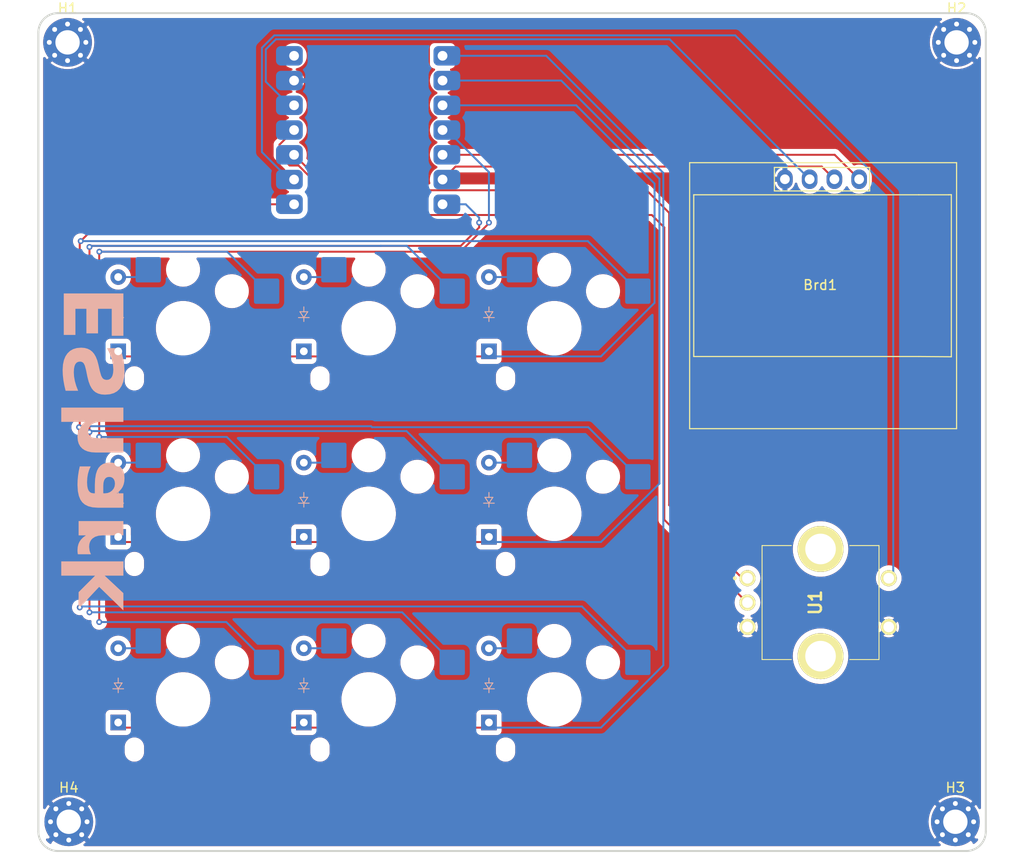
<source format=kicad_pcb>
(kicad_pcb (version 20240108) (generator "pcbnew") (generator_version "8.0")
  (layers (0 "F.Cu" signal) (31 "B.Cu" signal) (34 "B.Paste" user) (35 "F.Paste" user) (36 "B.SilkS" user "B.Silkscreen") (37 "F.SilkS" user "F.Silkscreen") (38 "B.Mask" user) (39 "F.Mask" user) (44 "Edge.Cuts" user))
  (net 0 "")
  (net 1 "Net-(D1-A)")
  (net 2 "Row 1")
  (net 3 "Net-(D2-A)")
  (net 4 "Net-(D3-A)")
  (net 5 "Net-(D4-A)")
  (net 6 "Row 2")
  (net 7 "Net-(D5-A)")
  (net 8 "Net-(D6-A)")
  (net 9 "Row 3")
  (net 10 "Net-(D7-A)")
  (net 11 "Net-(D8-A)")
  (net 12 "Net-(D9-A)")
  (net 13 "GND")
  (net 14 "Col 2")
  (net 15 "Col 3")
  (net 16 "Col 1")
  (net 19 "ENC_A")
  (net 20 "ENC_B")
  (net 21 "ENC_C")
  (net 22 "SDA")
  (net 23 "SCL")
  (net 24 "+3.3V")
  (footprint "MountingHole:MountingHole_2.5mm_Pad_Via" (layer "F.Cu") (at 106.75 41.5)
    (property "Reference" "H1" (at 0 -3.5 0) (layer "F.SilkS"))
    (property "Value" "MountingHole_Pad")
    (pad "1" thru_hole circle (at -1.875 0) (size 0.8 0.8) (drill 0.5) (layers "*.Cu" "*.Mask") (net 13 "GND"))
    (pad "1" thru_hole circle (at -1.325825 -1.325825) (size 0.8 0.8) (drill 0.5) (layers "*.Cu" "*.Mask") (net 13 "GND"))
    (pad "1" thru_hole circle (at -1.325825 1.325825) (size 0.8 0.8) (drill 0.5) (layers "*.Cu" "*.Mask") (net 13 "GND"))
    (pad "1" thru_hole circle (at 0 -1.875) (size 0.8 0.8) (drill 0.5) (layers "*.Cu" "*.Mask") (net 13 "GND"))
    (pad "1" thru_hole circle (at 0 0) (size 5 5) (drill 2.5) (layers "*.Cu" "*.Mask") (net 13 "GND"))
    (pad "1" thru_hole circle (at 0 1.875) (size 0.8 0.8) (drill 0.5) (layers "*.Cu" "*.Mask") (net 13 "GND"))
    (pad "1" thru_hole circle (at 1.325825 -1.325825) (size 0.8 0.8) (drill 0.5) (layers "*.Cu" "*.Mask") (net 13 "GND"))
    (pad "1" thru_hole circle (at 1.325825 1.325825) (size 0.8 0.8) (drill 0.5) (layers "*.Cu" "*.Mask") (net 13 "GND"))
    (pad "1" thru_hole circle (at 1.875 0) (size 0.8 0.8) (drill 0.5) (layers "*.Cu" "*.Mask") (net 13 "GND"))
  )
  (footprint "MountingHole:MountingHole_2.5mm_Pad_Via" (layer "F.Cu") (at 197.875 121.5)
    (property "Reference" "H3" (at 0 -3.5 0) (layer "F.SilkS"))
    (property "Value" "MountingHole_Pad")
    (pad "1" thru_hole circle (at -1.875 0) (size 0.8 0.8) (drill 0.5) (layers "*.Cu" "*.Mask") (net 13 "GND"))
    (pad "1" thru_hole circle (at -1.325825 -1.325825) (size 0.8 0.8) (drill 0.5) (layers "*.Cu" "*.Mask") (net 13 "GND"))
    (pad "1" thru_hole circle (at -1.325825 1.325825) (size 0.8 0.8) (drill 0.5) (layers "*.Cu" "*.Mask") (net 13 "GND"))
    (pad "1" thru_hole circle (at 0 -1.875) (size 0.8 0.8) (drill 0.5) (layers "*.Cu" "*.Mask") (net 13 "GND"))
    (pad "1" thru_hole circle (at 0 0) (size 5 5) (drill 2.5) (layers "*.Cu" "*.Mask") (net 13 "GND"))
    (pad "1" thru_hole circle (at 0 1.875) (size 0.8 0.8) (drill 0.5) (layers "*.Cu" "*.Mask") (net 13 "GND"))
    (pad "1" thru_hole circle (at 1.325825 -1.325825) (size 0.8 0.8) (drill 0.5) (layers "*.Cu" "*.Mask") (net 13 "GND"))
    (pad "1" thru_hole circle (at 1.325825 1.325825) (size 0.8 0.8) (drill 0.5) (layers "*.Cu" "*.Mask") (net 13 "GND"))
    (pad "1" thru_hole circle (at 1.875 0) (size 0.8 0.8) (drill 0.5) (layers "*.Cu" "*.Mask") (net 13 "GND"))
  )
  (footprint "MountingHole:MountingHole_2.5mm_Pad_Via" (layer "F.Cu") (at 198 41.5)
    (property "Reference" "H2" (at 0 -3.5 0) (layer "F.SilkS"))
    (property "Value" "MountingHole_Pad")
    (pad "1" thru_hole circle (at -1.875 0) (size 0.8 0.8) (drill 0.5) (layers "*.Cu" "*.Mask") (net 13 "GND"))
    (pad "1" thru_hole circle (at -1.325825 -1.325825) (size 0.8 0.8) (drill 0.5) (layers "*.Cu" "*.Mask") (net 13 "GND"))
    (pad "1" thru_hole circle (at -1.325825 1.325825) (size 0.8 0.8) (drill 0.5) (layers "*.Cu" "*.Mask") (net 13 "GND"))
    (pad "1" thru_hole circle (at 0 -1.875) (size 0.8 0.8) (drill 0.5) (layers "*.Cu" "*.Mask") (net 13 "GND"))
    (pad "1" thru_hole circle (at 0 0) (size 5 5) (drill 2.5) (layers "*.Cu" "*.Mask") (net 13 "GND"))
    (pad "1" thru_hole circle (at 0 1.875) (size 0.8 0.8) (drill 0.5) (layers "*.Cu" "*.Mask") (net 13 "GND"))
    (pad "1" thru_hole circle (at 1.325825 -1.325825) (size 0.8 0.8) (drill 0.5) (layers "*.Cu" "*.Mask") (net 13 "GND"))
    (pad "1" thru_hole circle (at 1.325825 1.325825) (size 0.8 0.8) (drill 0.5) (layers "*.Cu" "*.Mask") (net 13 "GND"))
    (pad "1" thru_hole circle (at 1.875 0) (size 0.8 0.8) (drill 0.5) (layers "*.Cu" "*.Mask") (net 13 "GND"))
  )
  (footprint "display:128x64OLED" (layer "F.Cu") (at 184 66.15)
    (property "Reference" "Brd1" (at 0 0.254 0) (layer "F.SilkS"))
    (property "Value" "SSD1306")
    (fp_line (start -13.4 -12.3) (end 14 -12.3) (stroke (width 0.12)) (layer "F.SilkS"))
    (fp_line (start -13.4 15) (end -13.4 -12.3) (stroke (width 0.12)) (layer "F.SilkS"))
    (fp_line (start -12.978 -9.005) (end 10.122 -9.005) (stroke (width 0.12)) (layer "F.SilkS"))
    (fp_line (start -12.978 7.595) (end -12.978 -9.005) (stroke (width 0.12)) (layer "F.SilkS"))
    (fp_line (start -4.699 -11.811) (end -4.699 -9.398) (stroke (width 0.12)) (layer "F.SilkS"))
    (fp_line (start -4.699 -11.811) (end 5.08 -11.811) (stroke (width 0.12)) (layer "F.SilkS"))
    (fp_line (start 5.08 -11.811) (end 5.08 -9.398) (stroke (width 0.12)) (layer "F.SilkS"))
    (fp_line (start 5.08 -9.398) (end -4.699 -9.398) (stroke (width 0.12)) (layer "F.SilkS"))
    (fp_line (start 10.122 -9.005) (end 13.208 -9.005) (stroke (width 0.12)) (layer "F.SilkS"))
    (fp_line (start 10.122 7.595) (end -12.978 7.595) (stroke (width 0.12)) (layer "F.SilkS"))
    (fp_line (start 10.122 7.595) (end 13.462 7.62) (stroke (width 0.12)) (layer "F.SilkS"))
    (fp_line (start 13.462 -9.017) (end 13.208 -9.005) (stroke (width 0.12)) (layer "F.SilkS"))
    (fp_line (start 13.462 7.62) (end 13.462 -9.017) (stroke (width 0.12)) (layer "F.SilkS"))
    (fp_line (start 14 -12.3) (end 14 15) (stroke (width 0.12)) (layer "F.SilkS"))
    (fp_line (start 14 15) (end -13.4 15) (stroke (width 0.12)) (layer "F.SilkS"))
    (pad "1" thru_hole oval (at -3.62 -10.6 90) (size 2 1.6) (drill 1) (layers "*.Cu" "*.Mask") (net 13 "GND"))
    (pad "2" thru_hole oval (at -1.08 -10.6 90) (size 2 1.6) (drill 1) (layers "*.Cu" "*.Mask") (net 24 "+3.3V"))
    (pad "3" thru_hole oval (at 1.46 -10.6 90) (size 2 1.6) (drill 1) (layers "*.Cu" "*.Mask") (net 23 "SCL"))
    (pad "4" thru_hole oval (at 4 -10.6 90) (size 2 1.6) (drill 1) (layers "*.Cu" "*.Mask") (net 22 "SDA"))
  )
  (footprint "MountingHole:MountingHole_2.5mm_Pad_Via" (layer "F.Cu") (at 106.875 121.5)
    (property "Reference" "H4" (at 0 -3.5 0) (layer "F.SilkS"))
    (property "Value" "MountingHole_Pad")
    (pad "1" thru_hole circle (at -1.875 0) (size 0.8 0.8) (drill 0.5) (layers "*.Cu" "*.Mask") (net 13 "GND"))
    (pad "1" thru_hole circle (at -1.325825 -1.325825) (size 0.8 0.8) (drill 0.5) (layers "*.Cu" "*.Mask") (net 13 "GND"))
    (pad "1" thru_hole circle (at -1.325825 1.325825) (size 0.8 0.8) (drill 0.5) (layers "*.Cu" "*.Mask") (net 13 "GND"))
    (pad "1" thru_hole circle (at 0 -1.875) (size 0.8 0.8) (drill 0.5) (layers "*.Cu" "*.Mask") (net 13 "GND"))
    (pad "1" thru_hole circle (at 0 0) (size 5 5) (drill 2.5) (layers "*.Cu" "*.Mask") (net 13 "GND"))
    (pad "1" thru_hole circle (at 0 1.875) (size 0.8 0.8) (drill 0.5) (layers "*.Cu" "*.Mask") (net 13 "GND"))
    (pad "1" thru_hole circle (at 1.325825 -1.325825) (size 0.8 0.8) (drill 0.5) (layers "*.Cu" "*.Mask") (net 13 "GND"))
    (pad "1" thru_hole circle (at 1.325825 1.325825) (size 0.8 0.8) (drill 0.5) (layers "*.Cu" "*.Mask") (net 13 "GND"))
    (pad "1" thru_hole circle (at 1.875 0) (size 0.8 0.8) (drill 0.5) (layers "*.Cu" "*.Mask") (net 13 "GND"))
  )
  (footprint "knob:EC11B202440M" (layer "F.Cu") (at 183.5 99 -90)
    (property "Reference" "U1" (at 0 0 90) (layer "F.SilkS") (effects (font (size 1.27 1.27) (thickness 0.254))))
    (property "Value" "EC11E15244C0" (hide yes))
    (fp_line (start -2.6 8.262) (end -2.6 8.262) (stroke (width 0.2)) (layer "F.SilkS"))
    (fp_line (start -2.4 8.262) (end -2.4 8.262) (stroke (width 0.2)) (layer "F.SilkS"))
    (fp_line (start -5.85 5.462) (end 5.85 5.462) (stroke (width 0.1)) (layer "F.SilkS"))
    (fp_line (start 5.85 5.462) (end 5.85 2.462) (stroke (width 0.1)) (layer "F.SilkS"))
    (fp_line (start -5.85 2.462) (end -5.85 5.462) (stroke (width 0.1)) (layer "F.SilkS"))
    (fp_line (start -5.85 -3.538) (end -5.85 -6.538) (stroke (width 0.1)) (layer "F.SilkS"))
    (fp_line (start -5.85 -6.538) (end 5.85 -6.538) (stroke (width 0.1)) (layer "F.SilkS"))
    (fp_line (start 5.85 -6.538) (end 5.85 -3.538) (stroke (width 0.1)) (layer "F.SilkS"))
    (fp_arc (start -2.6 8.262) (mid -2.499 8.163) (end -2.4 8.264) (stroke (width 0.2)) (layer "F.SilkS"))
    (fp_arc (start -2.4 8.262) (mid -2.499 8.363) (end -2.6 8.264) (stroke (width 0.2)) (layer "F.SilkS"))
    (pad "1" thru_hole circle (at -2.5 6.962) (size 1.65 1.65) (drill 1.1) (layers "*.Cu" "*.Mask" "F.SilkS") (net 19 "ENC_A"))
    (pad "2" thru_hole circle (at 2.5 6.962) (size 1.65 1.65) (drill 1.1) (layers "*.Cu" "*.Mask" "F.SilkS") (net 13 "GND"))
    (pad "3" thru_hole circle (at 0 6.962) (size 1.65 1.65) (drill 1.1) (layers "*.Cu" "*.Mask" "F.SilkS") (net 20 "ENC_B"))
    (pad "4" thru_hole circle (at -2.5 -7.538) (size 1.65 1.65) (drill 1.1) (layers "*.Cu" "*.Mask" "F.SilkS") (net 21 "ENC_C"))
    (pad "5" thru_hole circle (at 2.5 -7.538) (size 1.65 1.65) (drill 1.1) (layers "*.Cu" "*.Mask" "F.SilkS") (net 13 "GND"))
    (pad "6" thru_hole circle (at -5.5 -0.538) (size 4.70775 4.70775) (drill 3.1385) (layers "*.Cu" "*.Mask" "F.SilkS"))
    (pad "7" thru_hole circle (at 5.5 -0.538) (size 4.70775 4.70775) (drill 3.1385) (layers "*.Cu" "*.Mask" "F.SilkS"))
  )
  (footprint "ScottoKeebs_Components:Diode_DO-35" (layer "B.Cu") (at 111.95 111.31 90)
    (property "Reference" "D7" (hide yes))
    (property "Value" "Diode" (hide yes))
    (fp_line (start 3.46 -0.55) (end 3.46 0.55) (stroke (width 0.1)) (layer "B.SilkS"))
    (fp_line (start 4.06 -0.4) (end 4.06 0.4) (stroke (width 0.1)) (layer "B.SilkS"))
    (fp_line (start 4.56 0) (end 4.06 0) (stroke (width 0.1)) (layer "B.SilkS"))
    (fp_line (start 3.46 0) (end 4.06 -0.4) (stroke (width 0.1)) (layer "B.SilkS"))
    (fp_line (start 3.46 0) (end 3.06 0) (stroke (width 0.1)) (layer "B.SilkS"))
    (fp_line (start 4.06 0.4) (end 3.46 0) (stroke (width 0.1)) (layer "B.SilkS"))
    (pad "1" thru_hole rect (at 0 0 90) (size 1.6 1.6) (drill 0.8) (layers "*.Cu" "*.Mask") (net 9 "Row 3"))
    (pad "2" thru_hole oval (at 7.62 0 90) (size 1.6 1.6) (drill 0.8) (layers "*.Cu" "*.Mask") (net 10 "Net-(D7-A)"))
  )
  (footprint "ScottoKeebs_Components:Diode_DO-35" (layer "B.Cu") (at 150 92.26 90)
    (property "Reference" "D6" (hide yes))
    (property "Value" "Diode" (hide yes))
    (fp_line (start 3.46 -0.55) (end 3.46 0.55) (stroke (width 0.1)) (layer "B.SilkS"))
    (fp_line (start 4.06 -0.4) (end 4.06 0.4) (stroke (width 0.1)) (layer "B.SilkS"))
    (fp_line (start 4.56 0) (end 4.06 0) (stroke (width 0.1)) (layer "B.SilkS"))
    (fp_line (start 3.46 0) (end 4.06 -0.4) (stroke (width 0.1)) (layer "B.SilkS"))
    (fp_line (start 3.46 0) (end 3.06 0) (stroke (width 0.1)) (layer "B.SilkS"))
    (fp_line (start 4.06 0.4) (end 3.46 0) (stroke (width 0.1)) (layer "B.SilkS"))
    (pad "1" thru_hole rect (at 0 0 90) (size 1.6 1.6) (drill 0.8) (layers "*.Cu" "*.Mask") (net 6 "Row 2"))
    (pad "2" thru_hole oval (at 7.62 0 90) (size 1.6 1.6) (drill 0.8) (layers "*.Cu" "*.Mask") (net 8 "Net-(D6-A)"))
  )
  (footprint "Kailh_PG1353_Hotswap:Kailh-PG1353-Hotswap-1U" (layer "B.Cu") (at 118.6075 108.9375 180)
    (property "Reference" "S7")
    (property "Value" "Keyswitch")
    (pad "" np_thru_hole circle (at -5 3.8) (size 3 3) (drill 3) (layers "F&B.Cu" "*.Mask"))
    (pad "" np_thru_hole circle (at 0 0) (size 5 5) (drill 5.1) (layers "F&B.Cu" "*.Mask"))
    (pad "" np_thru_hole circle (at 0 6) (size 3 3) (drill 3) (layers "F&B.Cu" "*.Mask"))
    (pad "" np_thru_hole oval (at 5 -5.15) (size 1.5 2) (drill oval 1.5 2) (layers "F&B.Cu" "*.Mask"))
    (pad "1" smd roundrect (at -8.575 3.8) (size 2.6 2.6) (layers "B.Cu" "B.Paste" "B.Mask") (roundrect_rratio 0.07692307692) (net 16 "Col 1"))
    (pad "2" smd roundrect (at 3.575 6) (size 2.6 2.6) (layers "B.Cu" "B.Paste" "B.Mask") (roundrect_rratio 0.07692307692) (net 10 "Net-(D7-A)"))
  )
  (footprint "ScottoKeebs_Components:Diode_DO-35" (layer "B.Cu") (at 111.95 73.21 90)
    (property "Reference" "D1" (hide yes))
    (property "Value" "Diode" (hide yes))
    (fp_line (start 3.46 -0.55) (end 3.46 0.55) (stroke (width 0.1)) (layer "B.SilkS"))
    (fp_line (start 4.06 -0.4) (end 4.06 0.4) (stroke (width 0.1)) (layer "B.SilkS"))
    (fp_line (start 4.56 0) (end 4.06 0) (stroke (width 0.1)) (layer "B.SilkS"))
    (fp_line (start 3.46 0) (end 4.06 -0.4) (stroke (width 0.1)) (layer "B.SilkS"))
    (fp_line (start 3.46 0) (end 3.06 0) (stroke (width 0.1)) (layer "B.SilkS"))
    (fp_line (start 4.06 0.4) (end 3.46 0) (stroke (width 0.1)) (layer "B.SilkS"))
    (pad "1" thru_hole rect (at 0 0 90) (size 1.6 1.6) (drill 0.8) (layers "*.Cu" "*.Mask") (net 2 "Row 1"))
    (pad "2" thru_hole oval (at 7.62 0 90) (size 1.6 1.6) (drill 0.8) (layers "*.Cu" "*.Mask") (net 1 "Net-(D1-A)"))
  )
  (footprint "ScottoKeebs_Components:Diode_DO-35" (layer "B.Cu") (at 131 73.21 90)
    (property "Reference" "D2" (hide yes))
    (property "Value" "Diode" (hide yes))
    (fp_line (start 3.46 -0.55) (end 3.46 0.55) (stroke (width 0.1)) (layer "B.SilkS"))
    (fp_line (start 4.06 -0.4) (end 4.06 0.4) (stroke (width 0.1)) (layer "B.SilkS"))
    (fp_line (start 4.56 0) (end 4.06 0) (stroke (width 0.1)) (layer "B.SilkS"))
    (fp_line (start 3.46 0) (end 4.06 -0.4) (stroke (width 0.1)) (layer "B.SilkS"))
    (fp_line (start 3.46 0) (end 3.06 0) (stroke (width 0.1)) (layer "B.SilkS"))
    (fp_line (start 4.06 0.4) (end 3.46 0) (stroke (width 0.1)) (layer "B.SilkS"))
    (pad "1" thru_hole rect (at 0 0 90) (size 1.6 1.6) (drill 0.8) (layers "*.Cu" "*.Mask") (net 2 "Row 1"))
    (pad "2" thru_hole oval (at 7.62 0 90) (size 1.6 1.6) (drill 0.8) (layers "*.Cu" "*.Mask") (net 3 "Net-(D2-A)"))
  )
  (footprint "ScottoKeebs_Components:Diode_DO-35" (layer "B.Cu") (at 150 73.21 90)
    (property "Reference" "D3" (hide yes))
    (property "Value" "Diode" (hide yes))
    (fp_line (start 3.46 -0.55) (end 3.46 0.55) (stroke (width 0.1)) (layer "B.SilkS"))
    (fp_line (start 4.06 -0.4) (end 4.06 0.4) (stroke (width 0.1)) (layer "B.SilkS"))
    (fp_line (start 4.56 0) (end 4.06 0) (stroke (width 0.1)) (layer "B.SilkS"))
    (fp_line (start 3.46 0) (end 4.06 -0.4) (stroke (width 0.1)) (layer "B.SilkS"))
    (fp_line (start 3.46 0) (end 3.06 0) (stroke (width 0.1)) (layer "B.SilkS"))
    (fp_line (start 4.06 0.4) (end 3.46 0) (stroke (width 0.1)) (layer "B.SilkS"))
    (pad "1" thru_hole rect (at 0 0 90) (size 1.6 1.6) (drill 0.8) (layers "*.Cu" "*.Mask") (net 2 "Row 1"))
    (pad "2" thru_hole oval (at 7.62 0 90) (size 1.6 1.6) (drill 0.8) (layers "*.Cu" "*.Mask") (net 4 "Net-(D3-A)"))
  )
  (footprint "ScottoKeebs_Components:Diode_DO-35" (layer "B.Cu") (at 150 111.31 90)
    (property "Reference" "D9" (hide yes))
    (property "Value" "Diode" (hide yes))
    (fp_line (start 3.46 -0.55) (end 3.46 0.55) (stroke (width 0.1)) (layer "B.SilkS"))
    (fp_line (start 4.06 -0.4) (end 4.06 0.4) (stroke (width 0.1)) (layer "B.SilkS"))
    (fp_line (start 4.56 0) (end 4.06 0) (stroke (width 0.1)) (layer "B.SilkS"))
    (fp_line (start 3.46 0) (end 4.06 -0.4) (stroke (width 0.1)) (layer "B.SilkS"))
    (fp_line (start 3.46 0) (end 3.06 0) (stroke (width 0.1)) (layer "B.SilkS"))
    (fp_line (start 4.06 0.4) (end 3.46 0) (stroke (width 0.1)) (layer "B.SilkS"))
    (pad "1" thru_hole rect (at 0 0 90) (size 1.6 1.6) (drill 0.8) (layers "*.Cu" "*.Mask") (net 9 "Row 3"))
    (pad "2" thru_hole oval (at 7.62 0 90) (size 1.6 1.6) (drill 0.8) (layers "*.Cu" "*.Mask") (net 12 "Net-(D9-A)"))
  )
  (footprint "Kailh_PG1353_Hotswap:Kailh-PG1353-Hotswap-1U" (layer "B.Cu") (at 156.7075 70.8375 180)
    (property "Reference" "S3")
    (property "Value" "Keyswitch")
    (pad "" np_thru_hole circle (at -5 3.8) (size 3 3) (drill 3) (layers "F&B.Cu" "*.Mask"))
    (pad "" np_thru_hole circle (at 0 0) (size 5 5) (drill 5.1) (layers "F&B.Cu" "*.Mask"))
    (pad "" np_thru_hole circle (at 0 6) (size 3 3) (drill 3) (layers "F&B.Cu" "*.Mask"))
    (pad "" np_thru_hole oval (at 5 -5.15) (size 1.5 2) (drill oval 1.5 2) (layers "F&B.Cu" "*.Mask"))
    (pad "1" smd roundrect (at -8.575 3.8) (size 2.6 2.6) (layers "B.Cu" "B.Paste" "B.Mask") (roundrect_rratio 0.07692307692) (net 15 "Col 3"))
    (pad "2" smd roundrect (at 3.575 6) (size 2.6 2.6) (layers "B.Cu" "B.Paste" "B.Mask") (roundrect_rratio 0.07692307692) (net 4 "Net-(D3-A)"))
  )
  (footprint "Kailh_PG1353_Hotswap:Kailh-PG1353-Hotswap-1U" (layer "B.Cu") (at 118.6075 89.8875 180)
    (property "Reference" "S4")
    (property "Value" "Keyswitch")
    (pad "" np_thru_hole circle (at -5 3.8) (size 3 3) (drill 3) (layers "F&B.Cu" "*.Mask"))
    (pad "" np_thru_hole circle (at 0 0) (size 5 5) (drill 5.1) (layers "F&B.Cu" "*.Mask"))
    (pad "" np_thru_hole circle (at 0 6) (size 3 3) (drill 3) (layers "F&B.Cu" "*.Mask"))
    (pad "" np_thru_hole oval (at 5 -5.15) (size 1.5 2) (drill oval 1.5 2) (layers "F&B.Cu" "*.Mask"))
    (pad "1" smd roundrect (at -8.575 3.8) (size 2.6 2.6) (layers "B.Cu" "B.Paste" "B.Mask") (roundrect_rratio 0.07692307692) (net 16 "Col 1"))
    (pad "2" smd roundrect (at 3.575 6) (size 2.6 2.6) (layers "B.Cu" "B.Paste" "B.Mask") (roundrect_rratio 0.07692307692) (net 5 "Net-(D4-A)"))
  )
  (footprint "ScottoKeebs_Components:Diode_DO-35" (layer "B.Cu") (at 111.95 92.26 90)
    (property "Reference" "D4" (hide yes))
    (property "Value" "Diode" (hide yes))
    (fp_line (start 3.46 -0.55) (end 3.46 0.55) (stroke (width 0.1)) (layer "B.SilkS"))
    (fp_line (start 4.06 -0.4) (end 4.06 0.4) (stroke (width 0.1)) (layer "B.SilkS"))
    (fp_line (start 4.56 0) (end 4.06 0) (stroke (width 0.1)) (layer "B.SilkS"))
    (fp_line (start 3.46 0) (end 4.06 -0.4) (stroke (width 0.1)) (layer "B.SilkS"))
    (fp_line (start 3.46 0) (end 3.06 0) (stroke (width 0.1)) (layer "B.SilkS"))
    (fp_line (start 4.06 0.4) (end 3.46 0) (stroke (width 0.1)) (layer "B.SilkS"))
    (pad "1" thru_hole rect (at 0 0 90) (size 1.6 1.6) (drill 0.8) (layers "*.Cu" "*.Mask") (net 6 "Row 2"))
    (pad "2" thru_hole oval (at 7.62 0 90) (size 1.6 1.6) (drill 0.8) (layers "*.Cu" "*.Mask") (net 5 "Net-(D4-A)"))
  )
  (footprint "Kailh_PG1353_Hotswap:Kailh-PG1353-Hotswap-1U" (layer "B.Cu") (at 156.7075 108.9375 180)
    (property "Reference" "S9")
    (property "Value" "Keyswitch")
    (pad "" np_thru_hole circle (at -5 3.8) (size 3 3) (drill 3) (layers "F&B.Cu" "*.Mask"))
    (pad "" np_thru_hole circle (at 0 0) (size 5 5) (drill 5.1) (layers "F&B.Cu" "*.Mask"))
    (pad "" np_thru_hole circle (at 0 6) (size 3 3) (drill 3) (layers "F&B.Cu" "*.Mask"))
    (pad "" np_thru_hole oval (at 5 -5.15) (size 1.5 2) (drill oval 1.5 2) (layers "F&B.Cu" "*.Mask"))
    (pad "1" smd roundrect (at -8.575 3.8) (size 2.6 2.6) (layers "B.Cu" "B.Paste" "B.Mask") (roundrect_rratio 0.07692307692) (net 15 "Col 3"))
    (pad "2" smd roundrect (at 3.575 6) (size 2.6 2.6) (layers "B.Cu" "B.Paste" "B.Mask") (roundrect_rratio 0.07692307692) (net 12 "Net-(D9-A)"))
  )
  (footprint "ScottoKeebs_Components:Diode_DO-35" (layer "B.Cu") (at 131 92.26 90)
    (property "Reference" "D5" (hide yes))
    (property "Value" "Diode" (hide yes))
    (fp_line (start 3.46 -0.55) (end 3.46 0.55) (stroke (width 0.1)) (layer "B.SilkS"))
    (fp_line (start 4.06 -0.4) (end 4.06 0.4) (stroke (width 0.1)) (layer "B.SilkS"))
    (fp_line (start 4.56 0) (end 4.06 0) (stroke (width 0.1)) (layer "B.SilkS"))
    (fp_line (start 3.46 0) (end 4.06 -0.4) (stroke (width 0.1)) (layer "B.SilkS"))
    (fp_line (start 3.46 0) (end 3.06 0) (stroke (width 0.1)) (layer "B.SilkS"))
    (fp_line (start 4.06 0.4) (end 3.46 0) (stroke (width 0.1)) (layer "B.SilkS"))
    (pad "1" thru_hole rect (at 0 0 90) (size 1.6 1.6) (drill 0.8) (layers "*.Cu" "*.Mask") (net 6 "Row 2"))
    (pad "2" thru_hole oval (at 7.62 0 90) (size 1.6 1.6) (drill 0.8) (layers "*.Cu" "*.Mask") (net 7 "Net-(D5-A)"))
  )
  (footprint "Kailh_PG1353_Hotswap:Kailh-PG1353-Hotswap-1U" (layer "B.Cu") (at 118.6075 70.8375 180)
    (property "Reference" "S1")
    (property "Value" "Keyswitch")
    (pad "" np_thru_hole circle (at -5 3.8) (size 3 3) (drill 3) (layers "F&B.Cu" "*.Mask"))
    (pad "" np_thru_hole circle (at 0 0) (size 5 5) (drill 5.1) (layers "F&B.Cu" "*.Mask"))
    (pad "" np_thru_hole circle (at 0 6) (size 3 3) (drill 3) (layers "F&B.Cu" "*.Mask"))
    (pad "" np_thru_hole oval (at 5 -5.15) (size 1.5 2) (drill oval 1.5 2) (layers "F&B.Cu" "*.Mask"))
    (pad "1" smd roundrect (at -8.575 3.8) (size 2.6 2.6) (layers "B.Cu" "B.Paste" "B.Mask") (roundrect_rratio 0.07692307692) (net 16 "Col 1"))
    (pad "2" smd roundrect (at 3.575 6) (size 2.6 2.6) (layers "B.Cu" "B.Paste" "B.Mask") (roundrect_rratio 0.07692307692) (net 1 "Net-(D1-A)"))
  )
  (footprint "Kailh_PG1353_Hotswap:Kailh-PG1353-Hotswap-1U" (layer "B.Cu") (at 156.7075 89.8875 180)
    (property "Reference" "S6")
    (property "Value" "Keyswitch")
    (pad "" np_thru_hole circle (at -5 3.8) (size 3 3) (drill 3) (layers "F&B.Cu" "*.Mask"))
    (pad "" np_thru_hole circle (at 0 0) (size 5 5) (drill 5.1) (layers "F&B.Cu" "*.Mask"))
    (pad "" np_thru_hole circle (at 0 6) (size 3 3) (drill 3) (layers "F&B.Cu" "*.Mask"))
    (pad "" np_thru_hole oval (at 5 -5.15) (size 1.5 2) (drill oval 1.5 2) (layers "F&B.Cu" "*.Mask"))
    (pad "1" smd roundrect (at -8.575 3.8) (size 2.6 2.6) (layers "B.Cu" "B.Paste" "B.Mask") (roundrect_rratio 0.07692307692) (net 15 "Col 3"))
    (pad "2" smd roundrect (at 3.575 6) (size 2.6 2.6) (layers "B.Cu" "B.Paste" "B.Mask") (roundrect_rratio 0.07692307692) (net 8 "Net-(D6-A)"))
  )
  (footprint "ScottoKeebs_MCU:Seeed_XIAO_RP2040" (layer "B.Cu") (at 137.62 50.5 180)
    (property "Reference" "U2" (hide yes))
    (property "Value" "MCU_Seeed_XIAO_RP2040")
    (pad "1" smd roundrect (at -8.065 7.62 180) (size 2.75 2) (layers "B.Cu" "B.Paste" "B.Mask") (net 9 "Row 3"))
    (pad "1" thru_hole rect (at -7.62 7.62 90) (size 1.6 1.6) (drill 1) (layers "*.Cu" "*.Mask") (net 9 "Row 3"))
    (pad "2" smd roundrect (at -8.065 5.08 180) (size 2.75 2) (layers "B.Cu" "B.Paste" "B.Mask") (net 6 "Row 2"))
    (pad "2" thru_hole circle (at -7.62 5.08 90) (size 1.6 1.6) (drill 1) (layers "*.Cu" "*.Mask") (net 6 "Row 2"))
    (pad "3" smd roundrect (at -8.065 2.54 180) (size 2.75 2) (layers "B.Cu" "B.Paste" "B.Mask") (net 2 "Row 1"))
    (pad "3" thru_hole circle (at -7.62 2.54 90) (size 1.6 1.6) (drill 1) (layers "*.Cu" "*.Mask") (net 2 "Row 1"))
    (pad "4" smd roundrect (at -8.065 0 180) (size 2.75 2) (layers "B.Cu" "B.Paste" "B.Mask") (net 16 "Col 1"))
    (pad "4" thru_hole circle (at -7.62 0 90) (size 1.6 1.6) (drill 1) (layers "*.Cu" "*.Mask") (net 16 "Col 1"))
    (pad "5" smd roundrect (at -8.065 -2.54 180) (size 2.75 2) (layers "B.Cu" "B.Paste" "B.Mask") (net 22 "SDA"))
    (pad "5" thru_hole circle (at -7.62 -2.54 90) (size 1.6 1.6) (drill 1) (layers "*.Cu" "*.Mask") (net 22 "SDA"))
    (pad "6" smd roundrect (at -8.065 -5.08 180) (size 2.75 2) (layers "B.Cu" "B.Paste" "B.Mask") (net 23 "SCL"))
    (pad "6" thru_hole circle (at -7.62 -5.08 90) (size 1.6 1.6) (drill 1) (layers "*.Cu" "*.Mask") (net 23 "SCL"))
    (pad "7" smd roundrect (at -8.065 -7.62 180) (size 2.75 2) (layers "B.Cu" "B.Paste" "B.Mask") (net 14 "Col 2"))
    (pad "7" thru_hole circle (at -7.62 -7.62 90) (size 1.6 1.6) (drill 1) (layers "*.Cu" "*.Mask") (net 14 "Col 2"))
    (pad "8" thru_hole circle (at 7.62 -7.62 90) (size 1.6 1.6) (drill 1) (layers "*.Cu" "*.Mask") (net 15 "Col 3"))
    (pad "8" smd roundrect (at 8.1 -7.62 180) (size 2.75 2) (layers "B.Cu" "B.Paste" "B.Mask") (net 15 "Col 3"))
    (pad "9" thru_hole circle (at 7.62 -5.08 90) (size 1.6 1.6) (drill 1) (layers "*.Cu" "*.Mask") (net 21 "ENC_C"))
    (pad "9" smd roundrect (at 8.1 -5.08 180) (size 2.75 2) (layers "B.Cu" "B.Paste" "B.Mask") (net 21 "ENC_C"))
    (pad "10" thru_hole circle (at 7.62 -2.54 90) (size 1.6 1.6) (drill 1) (layers "*.Cu" "*.Mask") (net 19 "ENC_A"))
    (pad "10" smd roundrect (at 8.1 -2.54 180) (size 2.75 2) (layers "B.Cu" "B.Paste" "B.Mask") (net 19 "ENC_A"))
    (pad "11" thru_hole circle (at 7.62 0 90) (size 1.6 1.6) (drill 1) (layers "*.Cu" "*.Mask") (net 20 "ENC_B"))
    (pad "11" smd roundrect (at 8.1 0 180) (size 2.75 2) (layers "B.Cu" "B.Paste" "B.Mask") (net 20 "ENC_B"))
    (pad "12" thru_hole circle (at 7.62 2.54 90) (size 1.6 1.6) (drill 1) (layers "*.Cu" "*.Mask") (net 24 "+3.3V"))
    (pad "12" smd roundrect (at 8.1 2.54 180) (size 2.75 2) (layers "B.Cu" "B.Paste" "B.Mask") (net 24 "+3.3V"))
    (pad "13" thru_hole circle (at 7.62 5.08 90) (size 1.6 1.6) (drill 1) (layers "*.Cu" "*.Mask") (net 13 "GND"))
    (pad "13" smd roundrect (at 8.1 5.08 180) (size 2.75 2) (layers "B.Cu" "B.Paste" "B.Mask") (net 13 "GND"))
    (pad "14" thru_hole circle (at 7.62 7.62 90) (size 1.6 1.6) (drill 1) (layers "*.Cu" "*.Mask"))
    (pad "14" smd roundrect (at 8.1 7.62 180) (size 2.75 2) (layers "B.Cu" "B.Paste" "B.Mask"))
  )
  (footprint "Kailh_PG1353_Hotswap:Kailh-PG1353-Hotswap-1U" (layer "B.Cu") (at 137.6575 70.8375 180)
    (property "Reference" "S2")
    (property "Value" "Keyswitch")
    (pad "" np_thru_hole circle (at -5 3.8) (size 3 3) (drill 3) (layers "F&B.Cu" "*.Mask"))
    (pad "" np_thru_hole circle (at 0 0) (size 5 5) (drill 5.1) (layers "F&B.Cu" "*.Mask"))
    (pad "" np_thru_hole circle (at 0 6) (size 3 3) (drill 3) (layers "F&B.Cu" "*.Mask"))
    (pad "" np_thru_hole oval (at 5 -5.15) (size 1.5 2) (drill oval 1.5 2) (layers "F&B.Cu" "*.Mask"))
    (pad "1" smd roundrect (at -8.575 3.8) (size 2.6 2.6) (layers "B.Cu" "B.Paste" "B.Mask") (roundrect_rratio 0.07692307692) (net 14 "Col 2"))
    (pad "2" smd roundrect (at 3.575 6) (size 2.6 2.6) (layers "B.Cu" "B.Paste" "B.Mask") (roundrect_rratio 0.07692307692) (net 3 "Net-(D2-A)"))
  )
  (footprint "Kailh_PG1353_Hotswap:Kailh-PG1353-Hotswap-1U" (layer "B.Cu") (at 137.6575 108.9375 180)
    (property "Reference" "S8")
    (property "Value" "Keyswitch")
    (pad "" np_thru_hole circle (at -5 3.8) (size 3 3) (drill 3) (layers "F&B.Cu" "*.Mask"))
    (pad "" np_thru_hole circle (at 0 0) (size 5 5) (drill 5.1) (layers "F&B.Cu" "*.Mask"))
    (pad "" np_thru_hole circle (at 0 6) (size 3 3) (drill 3) (layers "F&B.Cu" "*.Mask"))
    (pad "" np_thru_hole oval (at 5 -5.15) (size 1.5 2) (drill oval 1.5 2) (layers "F&B.Cu" "*.Mask"))
    (pad "1" smd roundrect (at -8.575 3.8) (size 2.6 2.6) (layers "B.Cu" "B.Paste" "B.Mask") (roundrect_rratio 0.07692307692) (net 14 "Col 2"))
    (pad "2" smd roundrect (at 3.575 6) (size 2.6 2.6) (layers "B.Cu" "B.Paste" "B.Mask") (roundrect_rratio 0.07692307692) (net 11 "Net-(D8-A)"))
  )
  (footprint "ScottoKeebs_Components:Diode_DO-35" (layer "B.Cu") (at 131 111.31 90)
    (property "Reference" "D8" (hide yes))
    (property "Value" "Diode" (hide yes))
    (fp_line (start 3.46 -0.55) (end 3.46 0.55) (stroke (width 0.1)) (layer "B.SilkS"))
    (fp_line (start 4.06 -0.4) (end 4.06 0.4) (stroke (width 0.1)) (layer "B.SilkS"))
    (fp_line (start 4.56 0) (end 4.06 0) (stroke (width 0.1)) (layer "B.SilkS"))
    (fp_line (start 3.46 0) (end 4.06 -0.4) (stroke (width 0.1)) (layer "B.SilkS"))
    (fp_line (start 3.46 0) (end 3.06 0) (stroke (width 0.1)) (layer "B.SilkS"))
    (fp_line (start 4.06 0.4) (end 3.46 0) (stroke (width 0.1)) (layer "B.SilkS"))
    (pad "1" thru_hole rect (at 0 0 90) (size 1.6 1.6) (drill 0.8) (layers "*.Cu" "*.Mask") (net 9 "Row 3"))
    (pad "2" thru_hole oval (at 7.62 0 90) (size 1.6 1.6) (drill 0.8) (layers "*.Cu" "*.Mask") (net 11 "Net-(D8-A)"))
  )
  (footprint "Kailh_PG1353_Hotswap:Kailh-PG1353-Hotswap-1U" (layer "B.Cu") (at 137.6575 89.8875 180)
    (property "Reference" "S5")
    (property "Value" "Keyswitch")
    (pad "" np_thru_hole circle (at -5 3.8) (size 3 3) (drill 3) (layers "F&B.Cu" "*.Mask"))
    (pad "" np_thru_hole circle (at 0 0) (size 5 5) (drill 5.1) (layers "F&B.Cu" "*.Mask"))
    (pad "" np_thru_hole circle (at 0 6) (size 3 3) (drill 3) (layers "F&B.Cu" "*.Mask"))
    (pad "" np_thru_hole oval (at 5 -5.15) (size 1.5 2) (drill oval 1.5 2) (layers "F&B.Cu" "*.Mask"))
    (pad "1" smd roundrect (at -8.575 3.8) (size 2.6 2.6) (layers "B.Cu" "B.Paste" "B.Mask") (roundrect_rratio 0.07692307692) (net 14 "Col 2"))
    (pad "2" smd roundrect (at 3.575 6) (size 2.6 2.6) (layers "B.Cu" "B.Paste" "B.Mask") (roundrect_rratio 0.07692307692) (net 7 "Net-(D5-A)"))
  )
  (gr_line (start 105.75 38.5) (end 199 38.5) (stroke (width 0.2)) (layer "Edge.Cuts"))
  (gr_line (start 199 124.5) (end 105.75 124.5) (stroke (width 0.2)) (layer "Edge.Cuts"))
  (gr_arc (start 199 38.5) (mid 200.414214 39.085786) (end 201 40.5) (stroke (width 0.2)) (layer "Edge.Cuts"))
  (gr_arc (start 201 122.5) (mid 200.414214 123.914214) (end 199 124.5) (stroke (width 0.2)) (layer "Edge.Cuts"))
  (gr_arc (start 105.75 124.5) (mid 104.335786 123.914214) (end 103.75 122.5) (stroke (width 0.2)) (layer "Edge.Cuts"))
  (gr_arc (start 103.75 40.5) (mid 104.335786 39.085786) (end 105.75 38.5) (stroke (width 0.2)) (layer "Edge.Cuts"))
  (gr_line (start 103.75 122.5) (end 103.75 40.5) (stroke (width 0.2)) (layer "Edge.Cuts"))
  (gr_line (start 201 40.5) (end 201 122.5) (stroke (width 0.2)) (layer "Edge.Cuts"))
  (gr_text "EShark" (at 113.5 66.5 90) (layer "B.SilkS") (effects (font (size 6 6) (thickness 0.3) (bold yes)) (justify left bottom mirror)))
  (segment (start 114.28 65.59) (end 115.0325 64.8375) (width 0.2) (layer "B.Cu") (net 1))
  (segment (start 111.95 65.59) (end 114.28 65.59) (width 0.2) (layer "B.Cu") (net 1))
  (segment (start 112.4775 73.7375) (end 130.4725 73.7375) (width 0.2) (layer "F.Cu") (net 2))
  (segment (start 131 73.21) (end 131.5275 73.7375) (width 0.2) (layer "F.Cu") (net 2))
  (segment (start 130.4725 73.7375) (end 131 73.21) (width 0.2) (layer "F.Cu") (net 2))
  (segment (start 149.4725 73.7375) (end 150 73.21) (width 0.2) (layer "F.Cu") (net 2))
  (segment (start 131.5275 73.7375) (end 149.4725 73.7375) (width 0.2) (layer "F.Cu") (net 2))
  (segment (start 111.95 73.21) (end 112.4775 73.7375) (width 0.2) (layer "F.Cu") (net 2))
  (segment (start 161.495148 73.7375) (end 167 68.232648) (width 0.2) (layer "B.Cu") (net 2))
  (segment (start 167 56) (end 158.96 47.96) (width 0.2) (layer "B.Cu") (net 2))
  (segment (start 158.96 47.96) (end 145.685 47.96) (width 0.2) (layer "B.Cu") (net 2))
  (segment (start 167 68.232648) (end 167 56) (width 0.2) (layer "B.Cu") (net 2))
  (segment (start 150.5275 73.7375) (end 161.495148 73.7375) (width 0.2) (layer "B.Cu") (net 2))
  (segment (start 150 73.21) (end 150.5275 73.7375) (width 0.2) (layer "B.Cu") (net 2))
  (segment (start 131 65.59) (end 133.33 65.59) (width 0.2) (layer "B.Cu") (net 3))
  (segment (start 133.33 65.59) (end 134.0825 64.8375) (width 0.2) (layer "B.Cu") (net 3))
  (segment (start 150 65.59) (end 152.38 65.59) (width 0.2) (layer "B.Cu") (net 4))
  (segment (start 152.38 65.59) (end 153.1325 64.8375) (width 0.2) (layer "B.Cu") (net 4))
  (segment (start 114.28 84.64) (end 115.0325 83.8875) (width 0.2) (layer "B.Cu") (net 5))
  (segment (start 111.95 84.64) (end 114.28 84.64) (width 0.2) (layer "B.Cu") (net 5))
  (segment (start 150 92.26) (end 149.4725 92.7875) (width 0.2) (layer "F.Cu") (net 6))
  (segment (start 112.4775 92.7875) (end 111.95 92.26) (width 0.2) (layer "F.Cu") (net 6))
  (segment (start 131.5275 92.7875) (end 131 92.26) (width 0.2) (layer "F.Cu") (net 6))
  (segment (start 149.4725 92.7875) (end 131.5275 92.7875) (width 0.2) (layer "F.Cu") (net 6))
  (segment (start 131 92.26) (end 130.4725 92.7875) (width 0.2) (layer "F.Cu") (net 6))
  (segment (start 130.4725 92.7875) (end 112.4775 92.7875) (width 0.2) (layer "F.Cu") (net 6))
  (segment (start 157.42 45.42) (end 145.685 45.42) (width 0.2) (layer "B.Cu") (net 6))
  (segment (start 167.5 86.782648) (end 167.5 55.5) (width 0.2) (layer "B.Cu") (net 6))
  (segment (start 161.495148 92.7875) (end 167.5 86.782648) (width 0.2) (layer "B.Cu") (net 6))
  (segment (start 150 92.26) (end 150.5275 92.7875) (width 0.2) (layer "B.Cu") (net 6))
  (segment (start 167.5 55.5) (end 157.42 45.42) (width 0.2) (layer "B.Cu") (net 6))
  (segment (start 150.5275 92.7875) (end 161.495148 92.7875) (width 0.2) (layer "B.Cu") (net 6))
  (segment (start 131 84.64) (end 133.33 84.64) (width 0.2) (layer "B.Cu") (net 7))
  (segment (start 133.33 84.64) (end 134.0825 83.8875) (width 0.2) (layer "B.Cu") (net 7))
  (segment (start 150 84.64) (end 152.38 84.64) (width 0.2) (layer "B.Cu") (net 8))
  (segment (start 152.38 84.64) (end 153.1325 83.8875) (width 0.2) (layer "B.Cu") (net 8))
  (segment (start 130.69 111.31) (end 130.1625 111.8375) (width 0.2) (layer "F.Cu") (net 9))
  (segment (start 131 111.31) (end 130.69 111.31) (width 0.2) (layer "F.Cu") (net 9))
  (segment (start 149.4725 111.8375) (end 131.5275 111.8375) (width 0.2) (layer "F.Cu") (net 9))
  (segment (start 131.5275 111.8375) (end 131 111.31) (width 0.2) (layer "F.Cu") (net 9))
  (segment (start 150 111.31) (end 149.4725 111.8375) (width 0.2) (layer "F.Cu") (net 9))
  (segment (start 112.4775 111.8375) (end 111.95 111.31) (width 0.2) (layer "F.Cu") (net 9))
  (segment (start 130.1625 111.8375) (end 112.4775 111.8375) (width 0.2) (layer "F.Cu") (net 9))
  (segment (start 167.9 54.9) (end 155.88 42.88) (width 0.2) (layer "B.Cu") (net 9))
  (segment (start 150.5275 111.8375) (end 161.495148 111.8375) (width 0.2) (layer "B.Cu") (net 9))
  (segment (start 161.495148 111.8375) (end 167.9 105.432648) (width 0.2) (layer "B.Cu") (net 9))
  (segment (start 167.9 105.432648) (end 167.9 54.9) (width 0.2) (layer "B.Cu") (net 9))
  (segment (start 155.88 42.88) (end 145.685 42.88) (width 0.2) (layer "B.Cu") (net 9))
  (segment (start 150 111.31) (end 150.5275 111.8375) (width 0.2) (layer "B.Cu") (net 9))
  (segment (start 114.28 103.69) (end 115.0325 102.9375) (width 0.2) (layer "B.Cu") (net 10))
  (segment (start 111.95 103.69) (end 114.28 103.69) (width 0.2) (layer "B.Cu") (net 10))
  (segment (start 133.33 103.69) (end 134.0825 102.9375) (width 0.2) (layer "B.Cu") (net 11))
  (segment (start 131 103.69) (end 133.33 103.69) (width 0.2) (layer "B.Cu") (net 11))
  (segment (start 152.38 103.69) (end 153.1325 102.9375) (width 0.2) (layer "B.Cu") (net 12))
  (segment (start 150 103.69) (end 152.38 103.69) (width 0.2) (layer "B.Cu") (net 12))
  (segment (start 109 100) (end 109 81.5) (width 0.2) (layer "F.Cu") (net 14))
  (segment (start 109.1125 62.3875) (end 147.1125 62.3875) (width 0.2) (layer "F.Cu") (net 14))
  (segment (start 147.1125 62.3875) (end 149 60.5) (width 0.2) (layer "F.Cu") (net 14))
  (segment (start 149 60.5) (end 149 60) (width 0.2) (layer "F.Cu") (net 14))
  (segment (start 109 81.5) (end 109 62.5) (width 0.2) (layer "F.Cu") (net 14))
  (segment (start 109 62.5) (end 109.1125 62.3875) (width 0.2) (layer "F.Cu") (net 14))
  (via (at 109 100) (size 0.6) (drill 0.3) (layers "F.Cu" "B.Cu") (net 14))
  (via (at 149 60) (size 0.6) (drill 0.3) (layers "F.Cu" "B.Cu") (net 14))
  (via (at 109 81.5) (size 0.6) (drill 0.3) (layers "F.Cu" "B.Cu") (net 14))
  (via (at 109 62.5) (size 0.6) (drill 0.3) (layers "F.Cu" "B.Cu") (net 14))
  (segment (start 149 59.5) (end 147.62 58.12) (width 0.2) (layer "B.Cu") (net 14))
  (segment (start 138.891323 62.383677) (end 138.8875 62.3875) (width 0.2) (layer "B.Cu") (net 14))
  (segment (start 138.8875 62.3875) (end 109.1125 62.3875) (width 0.2) (layer "B.Cu") (net 14))
  (segment (start 146.2325 67.0375) (end 141.578677 62.383677) (width 0.2) (layer "B.Cu") (net 14))
  (segment (start 109.1125 62.3875) (end 109 62.5) (width 0.2) (layer "B.Cu") (net 14))
  (segment (start 109 100) (end 141.095 100) (width 0.2) (layer "B.Cu") (net 14))
  (segment (start 146.2325 86.0875) (end 141.545 81.4) (width 0.2) (layer "B.Cu") (net 14))
  (segment (start 149 60) (end 149 59.5) (width 0.2) (layer "B.Cu") (net 14))
  (segment (start 141.578677 62.383677) (end 138.891323 62.383677) (width 0.2) (layer "B.Cu") (net 14))
  (segment (start 147.62 58.12) (end 145.685 58.12) (width 0.2) (layer "B.Cu") (net 14))
  (segment (start 109.1 81.4) (end 109 81.5) (width 0.2) (layer "B.Cu") (net 14))
  (segment (start 141.545 81.4) (end 109.1 81.4) (width 0.2) (layer "B.Cu") (net 14))
  (segment (start 141.095 100) (end 146.2325 105.1375) (width 0.2) (layer "B.Cu") (net 14))
  (segment (start 107.936022 81) (end 108 80.936022) (width 0.2) (layer "F.Cu") (net 15))
  (segment (start 107.936022 81) (end 107.936022 98.436022) (width 0.2) (layer "F.Cu") (net 15))
  (segment (start 108 98.5) (end 108 99.5) (width 0.2) (layer "F.Cu") (net 15))
  (segment (start 108.1 61.9) (end 111.88 58.12) (width 0.2) (layer "F.Cu") (net 15))
  (segment (start 107.936022 98.436022) (end 108 98.5) (width 0.2) (layer "F.Cu") (net 15))
  (segment (start 108 80.936022) (end 108 62) (width 0.2) (layer "F.Cu") (net 15))
  (segment (start 108 62) (end 108.1 61.9) (width 0.2) (layer "F.Cu") (net 15))
  (segment (start 111.88 58.12) (end 130 58.12) (width 0.2) (layer "F.Cu") (net 15))
  (via (at 108 99.5) (size 0.6) (drill 0.3) (layers "F.Cu" "B.Cu") (net 15))
  (via (at 108.1 61.9) (size 0.6) (drill 0.3) (layers "F.Cu" "B.Cu") (net 15))
  (via (at 107.936022 81) (size 0.6) (drill 0.3) (layers "F.Cu" "B.Cu") (net 15))
  (segment (start 108.036022 80.9) (end 137.9 80.9) (width 0.2) (layer "B.Cu") (net 15))
  (segment (start 138 81) (end 160.195 81) (width 0.2) (layer "B.Cu") (net 15))
  (segment (start 165.2825 67.0375) (end 160.145 61.9) (width 0.2) (layer "B.Cu") (net 15))
  (segment (start 108.1 99.4) (end 108 99.5) (width 0.2) (layer "B.Cu") (net 15))
  (segment (start 137.9 80.9) (end 138 81) (width 0.2) (layer "B.Cu") (net 15))
  (segment (start 107.936022 81) (end 108.036022 80.9) (width 0.2) (layer "B.Cu") (net 15))
  (segment (start 108 62) (end 108.1 61.9) (width 0.2) (layer "B.Cu") (net 15))
  (segment (start 159.545 99.4) (end 108.1 99.4) (width 0.2) (layer "B.Cu") (net 15))
  (segment (start 165.2825 105.1375) (end 159.545 99.4) (width 0.2) (layer "B.Cu") (net 15))
  (segment (start 160.195 81) (end 165.2825 86.0875) (width 0.2) (layer "B.Cu") (net 15))
  (segment (start 160.145 61.9) (end 108.1 61.9) (width 0.2) (layer "B.Cu") (net 15))
  (segment (start 150.065686 60) (end 150 60.065686) (width 0.2) (layer "F.Cu") (net 16))
  (segment (start 110 82) (end 110 63) (width 0.2) (layer "F.Cu") (net 16))
  (segment (start 110 63) (end 110.0125 62.9875) (width 0.2) (layer "F.Cu") (net 16))
  (segment (start 147.078186 62.9875) (end 150 60.065686) (width 0.2) (layer "F.Cu") (net 16))
  (segment (start 110 101) (end 110 82) (width 0.2) (layer "F.Cu") (net 16))
  (segment (start 110.0125 62.9875) (end 147.078186 62.9875) (width 0.2) (layer "F.Cu") (net 16))
  (segment (start 150 60.065686) (end 150 60) (width 0.2) (layer "F.Cu") (net 16))
  (segment (start 150 60) (end 150.065686 60) (width 0.2) (layer "F.Cu") (net 16))
  (via (at 110 101) (size 0.6) (drill 0.3) (layers "F.Cu" "B.Cu") (net 16))
  (via (at 150 60) (size 0.6) (drill 0.3) (layers "F.Cu" "B.Cu") (net 16))
  (via (at 110 82) (size 0.6) (drill 0.3) (layers "F.Cu" "B.Cu") (net 16))
  (via (at 110.0125 62.9875) (size 0.6) (drill 0.3) (layers "F.Cu" "B.Cu") (net 16))
  (segment (start 150 54.815) (end 145.685 50.5) (width 0.2) (layer "B.Cu") (net 16))
  (segment (start 123.095 82) (end 110 82) (width 0.2) (layer "B.Cu") (net 16))
  (segment (start 123.1325 62.9875) (end 110.0125 62.9875) (width 0.2) (layer "B.Cu") (net 16))
  (segment (start 150 60) (end 150 54.815) (width 0.2) (layer "B.Cu") (net 16))
  (segment (start 127.1825 105.1375) (end 123.045 101) (width 0.2) (layer "B.Cu") (net 16))
  (segment (start 110 63) (end 110.0125 62.9875) (width 0.2) (layer "B.Cu") (net 16))
  (segment (start 127.1825 86.0875) (end 123.095 82) (width 0.2) (layer "B.Cu") (net 16))
  (segment (start 127.1825 67.0375) (end 123.1325 62.9875) (width 0.2) (layer "B.Cu") (net 16))
  (segment (start 123.045 101) (end 110 101) (width 0.2) (layer "B.Cu") (net 16))
  (segment (start 133.64 56.68) (end 130 53.04) (width 0.2) (layer "F.Cu") (net 19))
  (segment (start 176 96.5) (end 168.5 89) (width 0.2) (layer "F.Cu") (net 19))
  (segment (start 168.5 59) (end 166.18 56.68) (width 0.2) (layer "F.Cu") (net 19))
  (segment (start 168.5 89) (end 168.5 59) (width 0.2) (layer "F.Cu") (net 19))
  (segment (start 166.18 56.68) (end 133.64 56.68) (width 0.2) (layer "F.Cu") (net 19))
  (segment (start 176.538 96.5) (end 176 96.5) (width 0.2) (layer "F.Cu") (net 19))
  (segment (start 135.535635 59.22) (end 130.455635 54.14) (width 0.2) (layer "F.Cu") (net 20))
  (segment (start 168 60.5) (end 166.72 59.22) (width 0.2) (layer "F.Cu") (net 20))
  (segment (start 176.538 99) (end 176.5 99) (width 0.2) (layer "F.Cu") (net 20))
  (segment (start 166.72 59.22) (end 135.535635 59.22) (width 0.2) (layer "F.Cu") (net 20))
  (segment (start 168 90.5) (end 168 60.5) (width 0.2) (layer "F.Cu") (net 20))
  (segment (start 128.5 53.095635) (end 128.5 52) (width 0.2) (layer "F.Cu") (net 20))
  (segment (start 176.5 99) (end 168 90.5) (width 0.2) (layer "F.Cu") (net 20))
  (segment (start 128.5 52) (end 130 50.5) (width 0.2) (layer "F.Cu") (net 20))
  (segment (start 129.544365 54.14) (end 128.5 53.095635) (width 0.2) (layer "F.Cu") (net 20))
  (segment (start 130.455635 54.14) (end 129.544365 54.14) (width 0.2) (layer "F.Cu") (net 20))
  (segment (start 126.7 42.054986) (end 126.7 52.76) (width 0.2) (layer "B.Cu") (net 21))
  (segment (start 191.038 96.5) (end 191.5 96.038) (width 0.2) (layer "B.Cu") (net 21))
  (segment (start 191.5 57) (end 175.28 40.78) (width 0.2) (layer "B.Cu") (net 21))
  (segment (start 127.974986 40.78) (end 126.7 42.054986) (width 0.2) (layer "B.Cu") (net 21))
  (segment (start 175.28 40.78) (end 127.974986 40.78) (width 0.2) (layer "B.Cu") (net 21))
  (segment (start 191.5 96.038) (end 191.5 57) (width 0.2) (layer "B.Cu") (net 21))
  (segment (start 126.7 52.76) (end 129.52 55.58) (width 0.2) (layer "B.Cu") (net 21))
  (segment (start 185.49 53.04) (end 145.24 53.04) (width 0.2) (layer "F.Cu") (net 22))
  (segment (start 188 55.55) (end 185.49 53.04) (width 0.2) (layer "F.Cu") (net 22))
  (segment (start 146.57 54.25) (end 145.24 55.58) (width 0.2) (layer "F.Cu") (net 23))
  (segment (start 185.46 55.55) (end 184.16 54.25) (width 0.2) (layer "F.Cu") (net 23))
  (segment (start 184.16 54.25) (end 146.57 54.25) (width 0.2) (layer "F.Cu") (net 23))
  (segment (start 182.92 55.55) (end 168.55 41.18) (width 0.2) (layer "B.Cu") (net 24))
  (segment (start 127.1 45.54) (end 129.52 47.96) (width 0.2) (layer "B.Cu") (net 24))
  (segment (start 168.55 41.18) (end 128.140672 41.18) (width 0.2) (layer "B.Cu") (net 24))
  (segment (start 128.140672 41.18) (end 127.1 42.220672) (width 0.2) (layer "B.Cu") (net 24))
  (segment (start 127.1 42.220672) (end 127.1 45.54) (width 0.2) (layer "B.Cu") (net 24))
  (zone (net 13) (net_name "GND") (layers "F&B.Cu") (connect_pads (clearance 0.5)) (min_thickness 0.25) (fill yes (thermal_gap 0.25) (thermal_bridge_width 0.5))
    (polygon (pts (xy 103.5 38.5) (xy 103.5 124.5) (xy 201 124.5) (xy 201 38.5)))
  )
)
</source>
